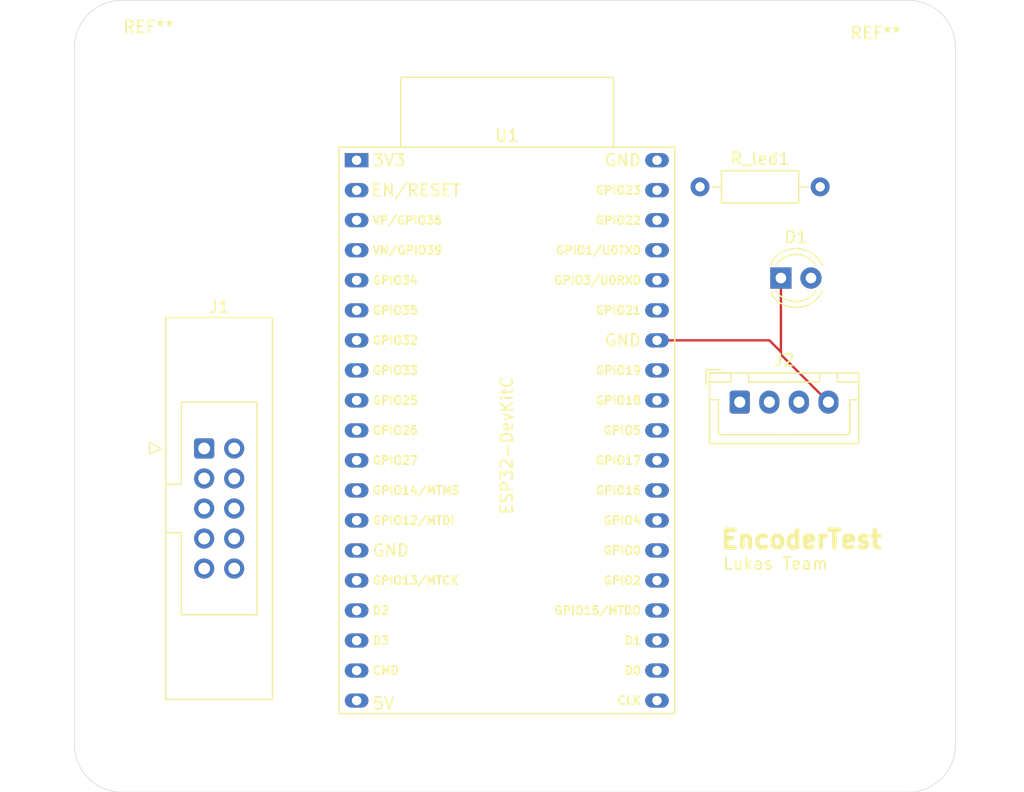
<source format=kicad_pcb>
(kicad_pcb (version 20241229) (generator "pcbnew") (generator_version "9.0")
  (layers (0 "F.Cu" signal) (2 "B.Cu" signal) (13 "F.Paste" user) (15 "B.Paste" user) (5 "F.SilkS" user "F.Silkscreen") (7 "B.SilkS" user "B.Silkscreen") (1 "F.Mask" user) (3 "B.Mask" user) (25 "Edge.Cuts" user))
  (net 0 "")
  (net 3 "Net-(D1-A)")
  (net 4 "GND")
  (net 5 "+5V")
  (net 6 "/B-")
  (net 7 "/B+")
  (net 8 "/A+")
  (net 9 "/Z+")
  (net 10 "/Z-")
  (net 11 "/A-")
  (net 12 "/A")
  (net 13 "/B")
  (footprint "Connector_JST:JST_XH_B4B-XH-A_1x04_P2.50mm_Vertical" (layer "F.Cu") (at 222.75 69.5)
    (property "Reference" "J2" (at 3.75 -3.55 0) (layer "F.SilkS"))
    (property "Value" "Conn_01x04_Socket")
    (fp_line (start -2.85 -2.75) (end -2.85 -1.5) (stroke (width 0.12)) (layer "F.SilkS"))
    (fp_line (start -2.56 -2.46) (end -2.56 3.51) (stroke (width 0.12)) (layer "F.SilkS"))
    (fp_line (start -2.56 3.51) (end 10.06 3.51) (stroke (width 0.12)) (layer "F.SilkS"))
    (fp_line (start -2.55 -2.45) (end -2.55 -1.7) (stroke (width 0.12)) (layer "F.SilkS"))
    (fp_line (start -2.55 -1.7) (end -0.75 -1.7) (stroke (width 0.12)) (layer "F.SilkS"))
    (fp_line (start -2.55 -0.2) (end -1.8 -0.2) (stroke (width 0.12)) (layer "F.SilkS"))
    (fp_line (start -1.8 -0.2) (end -1.8 2.75) (stroke (width 0.12)) (layer "F.SilkS"))
    (fp_line (start -1.8 2.75) (end 3.75 2.75) (stroke (width 0.12)) (layer "F.SilkS"))
    (fp_line (start -1.6 -2.75) (end -2.85 -2.75) (stroke (width 0.12)) (layer "F.SilkS"))
    (fp_line (start -0.75 -2.45) (end -2.55 -2.45) (stroke (width 0.12)) (layer "F.SilkS"))
    (fp_line (start -0.75 -1.7) (end -0.75 -2.45) (stroke (width 0.12)) (layer "F.SilkS"))
    (fp_line (start 0.75 -2.45) (end 0.75 -1.7) (stroke (width 0.12)) (layer "F.SilkS"))
    (fp_line (start 0.75 -1.7) (end 6.75 -1.7) (stroke (width 0.12)) (layer "F.SilkS"))
    (fp_line (start 6.75 -2.45) (end 0.75 -2.45) (stroke (width 0.12)) (layer "F.SilkS"))
    (fp_line (start 6.75 -1.7) (end 6.75 -2.45) (stroke (width 0.12)) (layer "F.SilkS"))
    (fp_line (start 8.25 -2.45) (end 8.25 -1.7) (stroke (width 0.12)) (layer "F.SilkS"))
    (fp_line (start 8.25 -1.7) (end 10.05 -1.7) (stroke (width 0.12)) (layer "F.SilkS"))
    (fp_line (start 9.3 -0.2) (end 9.3 2.75) (stroke (width 0.12)) (layer "F.SilkS"))
    (fp_line (start 9.3 2.75) (end 3.75 2.75) (stroke (width 0.12)) (layer "F.SilkS"))
    (fp_line (start 10.05 -2.45) (end 8.25 -2.45) (stroke (width 0.12)) (layer "F.SilkS"))
    (fp_line (start 10.05 -1.7) (end 10.05 -2.45) (stroke (width 0.12)) (layer "F.SilkS"))
    (fp_line (start 10.05 -0.2) (end 9.3 -0.2) (stroke (width 0.12)) (layer "F.SilkS"))
    (fp_line (start 10.06 -2.46) (end -2.56 -2.46) (stroke (width 0.12)) (layer "F.SilkS"))
    (fp_line (start 10.06 3.51) (end 10.06 -2.46) (stroke (width 0.12)) (layer "F.SilkS"))
    (pad "1" thru_hole roundrect (at 0 0) (size 1.7 1.95) (drill 0.95) (layers "*.Cu" "*.Mask") (roundrect_rratio 0.147059) (net 5 "+5V"))
    (pad "2" thru_hole oval (at 2.5 0) (size 1.7 1.95) (drill 0.95) (layers "*.Cu" "*.Mask") (net 12 "/A"))
    (pad "3" thru_hole oval (at 5 0) (size 1.7 1.95) (drill 0.95) (layers "*.Cu" "*.Mask") (net 13 "/B"))
    (pad "4" thru_hole oval (at 7.5 0) (size 1.7 1.95) (drill 0.95) (layers "*.Cu" "*.Mask") (net 4 "GND"))
  )
  (footprint "PCM_Espressif:ESP32-DevKitC" (layer "F.Cu") (at 190.35368 49.03272)
    (property "Reference" "U1" (at 12.7 -2.1 0) (layer "F.SilkS"))
    (property "Value" "ESP32-DevKitC" (at 12.7 24.13 90) (layer "F.SilkS"))
    (fp_line (start -1.5 46.82) (end 26.899999 46.82) (stroke (width 0.12)) (layer "F.SilkS"))
    (fp_line (start -1.499999 -1.1) (end -1.5 46.82) (stroke (width 0.12)) (layer "F.SilkS"))
    (fp_line (start 3.73012 -7.01312) (end 21.71332 -7.01312) (stroke (width 0.12)) (layer "F.SilkS"))
    (fp_line (start 3.73012 -1.12032) (end 3.73012 -7.01312) (stroke (width 0.12)) (layer "F.SilkS"))
    (fp_line (start 21.71332 -7.01312) (end 21.71332 -1.12032) (stroke (width 0.12)) (layer "F.SilkS"))
    (fp_line (start 26.899999 46.82) (end 26.9 -1.1) (stroke (width 0.12)) (layer "F.SilkS"))
    (fp_line (start 26.9 -1.1) (end -1.499999 -1.1) (stroke (width 0.12)) (layer "F.SilkS"))
    (fp_text user "GPIO3/U0RXD" (at 24.13 10.16 0) (layer "F.SilkS") (effects (font (size 0.7 0.7)) (justify right)))
    (fp_text user "GND" (at 24.13 0 0) (layer "F.SilkS") (effects (justify right)))
    (fp_text user "GPIO35" (at 1.27 12.7 0) (layer "F.SilkS") (effects (font (size 0.7 0.7)) (justify left)))
    (fp_text user "GPIO15/MTDO" (at 24.13 38.1 0) (layer "F.SilkS") (effects (font (size 0.7 0.7)) (justify right)))
    (fp_text user "CMD" (at 1.27 43.18 0) (layer "F.SilkS") (effects (font (size 0.7 0.7)) (justify left)))
    (fp_text user "GPIO1/U0TXD" (at 24.13 7.62 0) (layer "F.SilkS") (effects (font (size 0.7 0.7)) (justify right)))
    (fp_text user "GPIO26" (at 1.27 22.86 0) (layer "F.SilkS") (effects (font (size 0.7 0.7)) (justify left)))
    (fp_text user "GPIO32" (at 1.27 15.24 0) (layer "F.SilkS") (effects (font (size 0.7 0.7)) (justify left)))
    (fp_text user "GPIO17" (at 24.13 25.4 0) (layer "F.SilkS") (effects (font (size 0.7 0.7)) (justify right)))
    (fp_text user "EN/RESET" (at 8.88632 2.53728 0) (layer "F.SilkS") (effects (justify right)))
    (fp_text user "GPIO27" (at 1.27 25.4 0) (layer "F.SilkS") (effects (font (size 0.7 0.7)) (justify left)))
    (fp_text user "GPIO14/MTMS" (at 1.27 27.94 0) (layer "F.SilkS") (effects (font (size 0.7 0.7)) (justify left)))
    (fp_text user "5V" (at 1.26632 45.97128 0) (layer "F.SilkS") (effects (justify left)))
    (fp_text user "CLK" (at 24.13 45.72 0) (layer "F.SilkS") (effects (font (size 0.7 0.7)) (justify right)))
    (fp_text user "GPIO18" (at 24.13 20.32 0) (layer "F.SilkS") (effects (font (size 0.7 0.7)) (justify right)))
    (fp_text user "GPIO21" (at 24.13 12.7 0) (layer "F.SilkS") (effects (font (size 0.7 0.7)) (justify right)))
    (fp_text user "GND" (at 1.27 33.02 0) (layer "F.SilkS") (effects (justify left)))
    (fp_text user "GPIO33" (at 1.27 17.78 0) (layer "F.SilkS") (effects (font (size 0.7 0.7)) (justify left)))
    (fp_text user "GPIO22" (at 24.13 5.08 0) (layer "F.SilkS") (effects (font (size 0.7 0.7)) (justify right)))
    (fp_text user "GPIO25" (at 1.27 20.32 0) (layer "F.SilkS") (effects (font (size 0.7 0.7)) (justify left)))
    (fp_text user "VP/GPIO36" (at 1.27 5.08 0) (layer "F.SilkS") (effects (font (size 0.7 0.7)) (justify left)))
    (fp_text user "GND" (at 24.13 15.24 0) (layer "F.SilkS") (effects (justify right)))
    (fp_text user "GPIO19" (at 24.13 17.78 0) (layer "F.SilkS") (effects (font (size 0.7 0.7)) (justify right)))
    (fp_text user "GPIO34" (at 1.27 10.16 0) (layer "F.SilkS") (effects (font (size 0.7 0.7)) (justify left)))
    (fp_text user "GPIO4" (at 24.13 30.48 0) (layer "F.SilkS") (effects (font (size 0.7 0.7)) (justify right)))
    (fp_text user "GPIO0" (at 24.13 33.02 0) (layer "F.SilkS") (effects (font (size 0.7 0.7)) (justify right)))
    (fp_text user "3V3" (at 1.27 0 0) (layer "F.SilkS") (effects (justify left)))
    (fp_text user "GPIO12/MTDI" (at 1.27 30.48 0) (layer "F.SilkS") (effects (font (size 0.7 0.7)) (justify left)))
    (fp_text user "GPIO13/MTCK" (at 1.27 35.56 0) (layer "F.SilkS") (effects (font (size 0.7 0.7)) (justify left)))
    (fp_text user "GPIO5" (at 24.13 22.86 0) (layer "F.SilkS") (effects (font (size 0.7 0.7)) (justify right)))
    (fp_text user "D1" (at 24.13 40.64 0) (layer "F.SilkS") (effects (font (size 0.7 0.7)) (justify right)))
    (fp_text user "D0" (at 24.13 43.18 0) (layer "F.SilkS") (effects (font (size 0.7 0.7)) (justify right)))
    (fp_text user "VN/GPIO39" (at 1.27 7.62 0) (layer "F.SilkS") (effects (font (size 0.7 0.7)) (justify left)))
    (fp_text user "GPIO23" (at 24.13 2.54 0) (layer "F.SilkS") (effects (font (size 0.7 0.7)) (justify right)))
    (fp_text user "GPIO2" (at 24.13 35.56 0) (layer "F.SilkS") (effects (font (size 0.7 0.7)) (justify right)))
    (fp_text user "GPIO16" (at 24.13 27.94 0) (layer "F.SilkS") (effects (font (size 0.7 0.7)) (justify right)))
    (fp_text user "D2" (at 1.27 38.1 0) (layer "F.SilkS") (effects (font (size 0.7 0.7)) (justify left)))
    (fp_text user "D3" (at 1.27 40.64 0) (layer "F.SilkS") (effects (font (size 0.7 0.7)) (justify left)))
    (pad "1" thru_hole rect (at 0 0 270) (size 1.2 2) (drill 0.8) (layers "*.Cu" "*.Mask"))
    (pad "2" thru_hole oval (at 0 2.54 270) (size 1.2 2) (drill 0.8) (layers "*.Cu" "*.Mask"))
    (pad "3" thru_hole oval (at 0 5.08 270) (size 1.2 2) (drill 0.8) (layers "*.Cu" "*.Mask"))
    (pad "4" thru_hole oval (at 0 7.62 270) (size 1.2 2) (drill 0.8) (layers "*.Cu" "*.Mask"))
    (pad "5" thru_hole oval (at 0 10.16 270) (size 1.2 2) (drill 0.8) (layers "*.Cu" "*.Mask"))
    (pad "6" thru_hole oval (at 0 12.7 270) (size 1.2 2) (drill 0.8) (layers "*.Cu" "*.Mask"))
    (pad "7" thru_hole oval (at 0 15.24 270) (size 1.2 2) (drill 0.8) (layers "*.Cu" "*.Mask"))
    (pad "8" thru_hole oval (at 0 17.78 270) (size 1.2 2) (drill 0.8) (layers "*.Cu" "*.Mask"))
    (pad "9" thru_hole oval (at 0 20.32 270) (size 1.2 2) (drill 0.8) (layers "*.Cu" "*.Mask") (net 9 "/Z+"))
    (pad "10" thru_hole oval (at 0 22.86 270) (size 1.2 2) (drill 0.8) (layers "*.Cu" "*.Mask") (net 10 "/Z-"))
    (pad "11" thru_hole oval (at 0 25.4 270) (size 1.2 2) (drill 0.8) (layers "*.Cu" "*.Mask"))
    (pad "12" thru_hole oval (at 0 27.94 270) (size 1.2 2) (drill 0.8) (layers "*.Cu" "*.Mask"))
    (pad "13" thru_hole oval (at 0 30.48 270) (size 1.2 2) (drill 0.8) (layers "*.Cu" "*.Mask"))
    (pad "14" thru_hole oval (at 0 33.02 270) (size 1.2 2) (drill 0.8) (layers "*.Cu" "*.Mask") (net 4 "GND"))
    (pad "15" thru_hole oval (at 0 35.56 270) (size 1.2 2) (drill 0.8) (layers "*.Cu" "*.Mask"))
    (pad "16" thru_hole oval (at 0 38.1 270) (size 1.2 2) (drill 0.8) (layers "*.Cu" "*.Mask"))
    (pad "17" thru_hole oval (at 0 40.64 270) (size 1.2 2) (drill 0.8) (layers "*.Cu" "*.Mask"))
    (pad "18" thru_hole oval (at 0 43.18 270) (size 1.2 2) (drill 0.8) (layers "*.Cu" "*.Mask"))
    (pad "19" thru_hole oval (at 0 45.72 270) (size 1.2 2) (drill 0.8) (layers "*.Cu" "*.Mask") (net 5 "+5V"))
    (pad "20" thru_hole oval (at 25.39632 45.71728 270) (size 1.2 2) (drill 0.8) (layers "*.Cu" "*.Mask"))
    (pad "21" thru_hole oval (at 25.39632 43.17728 270) (size 1.2 2) (drill 0.8) (layers "*.Cu" "*.Mask"))
    (pad "22" thru_hole oval (at 25.4 40.64 270) (size 1.2 2) (drill 0.8) (layers "*.Cu" "*.Mask"))
    (pad "23" thru_hole oval (at 25.4 38.1 270) (size 1.2 2) (drill 0.8) (layers "*.Cu" "*.Mask"))
    (pad "24" thru_hole oval (at 25.4 35.56 270) (size 1.2 2) (drill 0.8) (layers "*.Cu" "*.Mask"))
    (pad "25" thru_hole oval (at 25.4 33.02 270) (size 1.2 2) (drill 0.8) (layers "*.Cu" "*.Mask"))
    (pad "26" thru_hole oval (at 25.4 30.48 270) (size 1.2 2) (drill 0.8) (layers "*.Cu" "*.Mask"))
    (pad "27" thru_hole oval (at 25.4 27.94 270) (size 1.2 2) (drill 0.8) (layers "*.Cu" "*.Mask"))
    (pad "28" thru_hole oval (at 25.4 25.4 270) (size 1.2 2) (drill 0.8) (layers "*.Cu" "*.Mask"))
    (pad "29" thru_hole oval (at 25.4 22.86 270) (size 1.2 2) (drill 0.8) (layers "*.Cu" "*.Mask"))
    (pad "30" thru_hole oval (at 25.4 20.32 270) (size 1.2 2) (drill 0.8) (layers "*.Cu" "*.Mask"))
    (pad "31" thru_hole oval (at 25.4 17.78 270) (size 1.2 2) (drill 0.8) (layers "*.Cu" "*.Mask") (net 8 "/A+"))
    (pad "32" thru_hole oval (at 25.4 15.24 270) (size 1.2 2) (drill 0.8) (layers "*.Cu" "*.Mask") (net 4 "GND"))
    (pad "33" thru_hole oval (at 25.4 12.7 270) (size 1.2 2) (drill 0.8) (layers "*.Cu" "*.Mask") (net 11 "/A-"))
    (pad "34" thru_hole oval (at 25.4 10.16 270) (size 1.2 2) (drill 0.8) (layers "*.Cu" "*.Mask"))
    (pad "35" thru_hole oval (at 25.4 7.62 270) (size 1.2 2) (drill 0.8) (layers "*.Cu" "*.Mask"))
    (pad "36" thru_hole oval (at 25.4 5.08 270) (size 1.2 2) (drill 0.8) (layers "*.Cu" "*.Mask") (net 7 "/B+"))
    (pad "37" thru_hole oval (at 25.4 2.54 270) (size 1.2 2) (drill 0.8) (layers "*.Cu" "*.Mask") (net 6 "/B-"))
    (pad "38" thru_hole oval (at 25.4 0 270) (size 1.2 2) (drill 0.8) (layers "*.Cu" "*.Mask") (net 4 "GND"))
  )
  (footprint "Resistor_THT:R_Axial_DIN0207_L6.3mm_D2.5mm_P10.16mm_Horizontal" (layer "F.Cu") (at 219.38868 51.2846)
    (property "Reference" "R_led1" (at 5.08 -2.37 0) (layer "F.SilkS"))
    (property "Value" "220")
    (fp_line (start 1.04 0) (end 1.81 0) (stroke (width 0.12)) (layer "F.SilkS"))
    (fp_line (start 9.12 0) (end 8.35 0) (stroke (width 0.12)) (layer "F.SilkS"))
    (fp_rect (start 1.81 -1.37) (end 8.35 1.37) (stroke (width 0.12)) (fill no) (layer "F.SilkS"))
    (pad "1" thru_hole circle (at 0 0) (size 1.6 1.6) (drill 0.8) (layers "*.Cu" "*.Mask") (net 5 "+5V"))
    (pad "2" thru_hole circle (at 10.16 0) (size 1.6 1.6) (drill 0.8) (layers "*.Cu" "*.Mask") (net 3 "Net-(D1-A)"))
  )
  (footprint "MountingHole:MountingHole_3.2mm_M3_DIN965" (layer "F.Cu") (at 234.25 42.0196)
    (property "Reference" "REF**" (at 0 -3.75 0) (layer "F.SilkS"))
    (property "Value" "MountingHole_3.2mm_M3_DIN965")
    (pad "" np_thru_hole circle (at 0 0) (size 3.2 3.2) (drill 3.2) (layers "*.Cu" "*.Mask"))
  )
  (footprint "MountingHole:MountingHole_3.2mm_M3_DIN965" (layer "F.Cu") (at 172.75 41.5)
    (property "Reference" "REF**" (at 0 -3.75 0) (layer "F.SilkS"))
    (property "Value" "MountingHole_3.2mm_M3_DIN965")
    (pad "" np_thru_hole circle (at 0 0) (size 3.2 3.2) (drill 3.2) (layers "*.Cu" "*.Mask"))
  )
  (footprint "Connector_IDC:IDC-Header_2x05_P2.54mm_Latch_Vertical" (layer "F.Cu") (at 177.46 73.42)
    (property "Reference" "J1" (at 1.27 -11.97 0) (layer "F.SilkS"))
    (property "Value" "DIN")
    (fp_line (start -4.63 -0.5) (end -4.63 0.5) (stroke (width 0.12)) (layer "F.SilkS"))
    (fp_line (start -4.63 0.5) (end -3.63 0) (stroke (width 0.12)) (layer "F.SilkS"))
    (fp_line (start -3.63 0) (end -4.63 -0.5) (stroke (width 0.12)) (layer "F.SilkS"))
    (fp_line (start -3.24 -11.08) (end 5.78 -11.08) (stroke (width 0.12)) (layer "F.SilkS"))
    (fp_line (start -3.24 3.03) (end -1.93 3.03) (stroke (width 0.12)) (layer "F.SilkS"))
    (fp_line (start -3.24 21.24) (end -3.24 -11.08) (stroke (width 0.12)) (layer "F.SilkS"))
    (fp_line (start -1.93 -3.92) (end 4.47 -3.92) (stroke (width 0.12)) (layer "F.SilkS"))
    (fp_line (start -1.93 3.03) (end -1.93 -3.92) (stroke (width 0.12)) (layer "F.SilkS"))
    (fp_line (start -1.93 7.13) (end -3.24 7.13) (stroke (width 0.12)) (layer "F.SilkS"))
    (fp_line (start -1.93 7.13) (end -1.93 7.13) (stroke (width 0.12)) (layer "F.SilkS"))
    (fp_line (start -1.93 14.08) (end -1.93 7.13) (stroke (width 0.12)) (layer "F.SilkS"))
    (fp_line (start 4.47 -3.92) (end 4.47 14.08) (stroke (width 0.12)) (layer "F.SilkS"))
    (fp_line (start 4.47 14.08) (end -1.93 14.08) (stroke (width 0.12)) (layer "F.SilkS"))
    (fp_line (start 5.78 -11.08) (end 5.78 21.24) (stroke (width 0.12)) (layer "F.SilkS"))
    (fp_line (start 5.78 21.24) (end -3.24 21.24) (stroke (width 0.12)) (layer "F.SilkS"))
    (pad "1" thru_hole roundrect (at 0 0) (size 1.7 1.7) (drill 1) (layers "*.Cu" "*.Mask") (roundrect_rratio 0.147059))
    (pad "2" thru_hole circle (at 2.54 0) (size 1.7 1.7) (drill 1) (layers "*.Cu" "*.Mask") (net 5 "+5V"))
    (pad "3" thru_hole circle (at 0 2.54) (size 1.7 1.7) (drill 1) (layers "*.Cu" "*.Mask") (net 4 "GND"))
    (pad "4" thru_hole circle (at 2.54 2.54) (size 1.7 1.7) (drill 1) (layers "*.Cu" "*.Mask"))
    (pad "5" thru_hole circle (at 0 5.08) (size 1.7 1.7) (drill 1) (layers "*.Cu" "*.Mask") (net 11 "/A-"))
    (pad "6" thru_hole circle (at 2.54 5.08) (size 1.7 1.7) (drill 1) (layers "*.Cu" "*.Mask") (net 8 "/A+"))
    (pad "7" thru_hole circle (at 0 7.62) (size 1.7 1.7) (drill 1) (layers "*.Cu" "*.Mask") (net 6 "/B-"))
    (pad "8" thru_hole circle (at 2.54 7.62) (size 1.7 1.7) (drill 1) (layers "*.Cu" "*.Mask") (net 7 "/B+"))
    (pad "9" thru_hole circle (at 0 10.16) (size 1.7 1.7) (drill 1) (layers "*.Cu" "*.Mask") (net 10 "/Z-"))
    (pad "10" thru_hole circle (at 2.54 10.16) (size 1.7 1.7) (drill 1) (layers "*.Cu" "*.Mask") (net 9 "/Z+"))
  )
  (footprint "LED_THT:LED_D4.0mm" (layer "F.Cu") (at 226.23 59)
    (property "Reference" "D1" (at 1.27 -3.46 0) (layer "F.SilkS"))
    (property "Value" "LED")
    (fp_line (start -0.79 -1.399) (end -0.79 -1.08) (stroke (width 0.12)) (layer "F.SilkS"))
    (fp_line (start -0.79 1.08) (end -0.79 1.399) (stroke (width 0.12)) (layer "F.SilkS"))
    (fp_arc (start -0.79 -1.398749) (mid 1.45392 -2.483198) (end 3.513591 -1.08) (stroke (width 0.12)) (layer "F.SilkS"))
    (fp_arc (start -0.41333 -1.08) (mid 1.27 -2) (end 2.95333 -1.08) (stroke (width 0.12)) (layer "F.SilkS"))
    (fp_arc (start 2.95333 1.08) (mid 1.27 2) (end -0.41333 1.08) (stroke (width 0.12)) (layer "F.SilkS"))
    (fp_arc (start 3.513591 1.08) (mid 1.45392 2.483198) (end -0.79 1.398749) (stroke (width 0.12)) (layer "F.SilkS"))
    (pad "1" thru_hole rect (at 0 0) (size 1.8 1.8) (drill 0.9) (layers "*.Cu" "*.Mask") (net 4 "GND"))
    (pad "2" thru_hole circle (at 2.54 0) (size 1.8 1.8) (drill 0.9) (layers "*.Cu" "*.Mask") (net 3 "Net-(D1-A)"))
  )
  (gr_arc (start 241 98.5) (mid 239.828427 101.328427) (end 237 102.5) (stroke (width 0.05)) (layer "Edge.Cuts"))
  (gr_arc (start 170.5 102.5) (mid 167.671573 101.328427) (end 166.5 98.5) (stroke (width 0.05)) (layer "Edge.Cuts"))
  (gr_line (start 170.5 35.5) (end 237 35.5) (stroke (width 0.05)) (layer "Edge.Cuts"))
  (gr_arc (start 237 35.5) (mid 239.828427 36.671573) (end 241 39.5) (stroke (width 0.05)) (layer "Edge.Cuts"))
  (gr_line (start 237 102.5) (end 170.5 102.5) (stroke (width 0.05)) (layer "Edge.Cuts"))
  (gr_arc (start 166.5 39.5) (mid 167.671573 36.671573) (end 170.5 35.5) (stroke (width 0.05)) (layer "Edge.Cuts"))
  (gr_line (start 241 39.5) (end 241 98.5) (stroke (width 0.05)) (layer "Edge.Cuts"))
  (gr_line (start 166.5 98.5) (end 166.5 39.5) (stroke (width 0.05)) (layer "Edge.Cuts"))
  (gr_text "Lukas Team" (at 221.25 83.75 0) (layer "F.SilkS") (effects (font (size 1 1)) (justify left bottom)))
  (gr_text "EncoderTest" (at 221 82 0) (layer "F.SilkS") (effects (font (size 1.5 1.5) (thickness 0.375) (bold yes)) (justify left bottom)))
  (segment (start 226.23 65.25) (end 226.23 65.48) (width 0.2) (layer "F.Cu") (net 4))
  (segment (start 225.25272 64.27272) (end 226.23 65.25) (width 0.2) (layer "F.Cu") (net 4))
  (segment (start 226.23 59) (end 226.23 65.25) (width 0.2) (layer "F.Cu") (net 4))
  (segment (start 226.23 65.48) (end 230.25 69.5) (width 0.2) (layer "F.Cu") (net 4))
  (segment (start 215.75368 64.27272) (end 225.25272 64.27272) (width 0.2) (layer "F.Cu") (net 4))
)
</source>
